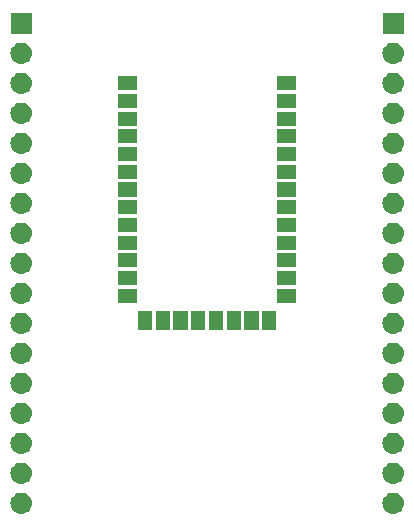
<source format=gbr>
G04 #@! TF.GenerationSoftware,KiCad,Pcbnew,5.1.0*
G04 #@! TF.CreationDate,2019-03-28T19:40:46+01:00*
G04 #@! TF.ProjectId,hc05-bb,68633035-2d62-4622-9e6b-696361645f70,rev?*
G04 #@! TF.SameCoordinates,Original*
G04 #@! TF.FileFunction,Soldermask,Top*
G04 #@! TF.FilePolarity,Negative*
%FSLAX46Y46*%
G04 Gerber Fmt 4.6, Leading zero omitted, Abs format (unit mm)*
G04 Created by KiCad (PCBNEW 5.1.0) date 2019-03-28 19:40:46*
%MOMM*%
%LPD*%
G04 APERTURE LIST*
%ADD10C,0.100000*%
G04 APERTURE END LIST*
D10*
G36*
X53958443Y-105785519D02*
G01*
X54024627Y-105792037D01*
X54194466Y-105843557D01*
X54350991Y-105927222D01*
X54386729Y-105956552D01*
X54488186Y-106039814D01*
X54571448Y-106141271D01*
X54600778Y-106177009D01*
X54684443Y-106333534D01*
X54735963Y-106503373D01*
X54753359Y-106680000D01*
X54735963Y-106856627D01*
X54684443Y-107026466D01*
X54600778Y-107182991D01*
X54571448Y-107218729D01*
X54488186Y-107320186D01*
X54386729Y-107403448D01*
X54350991Y-107432778D01*
X54194466Y-107516443D01*
X54024627Y-107567963D01*
X53958443Y-107574481D01*
X53892260Y-107581000D01*
X53803740Y-107581000D01*
X53737557Y-107574481D01*
X53671373Y-107567963D01*
X53501534Y-107516443D01*
X53345009Y-107432778D01*
X53309271Y-107403448D01*
X53207814Y-107320186D01*
X53124552Y-107218729D01*
X53095222Y-107182991D01*
X53011557Y-107026466D01*
X52960037Y-106856627D01*
X52942641Y-106680000D01*
X52960037Y-106503373D01*
X53011557Y-106333534D01*
X53095222Y-106177009D01*
X53124552Y-106141271D01*
X53207814Y-106039814D01*
X53309271Y-105956552D01*
X53345009Y-105927222D01*
X53501534Y-105843557D01*
X53671373Y-105792037D01*
X53737557Y-105785519D01*
X53803740Y-105779000D01*
X53892260Y-105779000D01*
X53958443Y-105785519D01*
X53958443Y-105785519D01*
G37*
G36*
X22462443Y-105785519D02*
G01*
X22528627Y-105792037D01*
X22698466Y-105843557D01*
X22854991Y-105927222D01*
X22890729Y-105956552D01*
X22992186Y-106039814D01*
X23075448Y-106141271D01*
X23104778Y-106177009D01*
X23188443Y-106333534D01*
X23239963Y-106503373D01*
X23257359Y-106680000D01*
X23239963Y-106856627D01*
X23188443Y-107026466D01*
X23104778Y-107182991D01*
X23075448Y-107218729D01*
X22992186Y-107320186D01*
X22890729Y-107403448D01*
X22854991Y-107432778D01*
X22698466Y-107516443D01*
X22528627Y-107567963D01*
X22462443Y-107574481D01*
X22396260Y-107581000D01*
X22307740Y-107581000D01*
X22241557Y-107574481D01*
X22175373Y-107567963D01*
X22005534Y-107516443D01*
X21849009Y-107432778D01*
X21813271Y-107403448D01*
X21711814Y-107320186D01*
X21628552Y-107218729D01*
X21599222Y-107182991D01*
X21515557Y-107026466D01*
X21464037Y-106856627D01*
X21446641Y-106680000D01*
X21464037Y-106503373D01*
X21515557Y-106333534D01*
X21599222Y-106177009D01*
X21628552Y-106141271D01*
X21711814Y-106039814D01*
X21813271Y-105956552D01*
X21849009Y-105927222D01*
X22005534Y-105843557D01*
X22175373Y-105792037D01*
X22241557Y-105785519D01*
X22307740Y-105779000D01*
X22396260Y-105779000D01*
X22462443Y-105785519D01*
X22462443Y-105785519D01*
G37*
G36*
X53958443Y-103245519D02*
G01*
X54024627Y-103252037D01*
X54194466Y-103303557D01*
X54350991Y-103387222D01*
X54386729Y-103416552D01*
X54488186Y-103499814D01*
X54571448Y-103601271D01*
X54600778Y-103637009D01*
X54684443Y-103793534D01*
X54735963Y-103963373D01*
X54753359Y-104140000D01*
X54735963Y-104316627D01*
X54684443Y-104486466D01*
X54600778Y-104642991D01*
X54571448Y-104678729D01*
X54488186Y-104780186D01*
X54386729Y-104863448D01*
X54350991Y-104892778D01*
X54194466Y-104976443D01*
X54024627Y-105027963D01*
X53958442Y-105034482D01*
X53892260Y-105041000D01*
X53803740Y-105041000D01*
X53737557Y-105034481D01*
X53671373Y-105027963D01*
X53501534Y-104976443D01*
X53345009Y-104892778D01*
X53309271Y-104863448D01*
X53207814Y-104780186D01*
X53124552Y-104678729D01*
X53095222Y-104642991D01*
X53011557Y-104486466D01*
X52960037Y-104316627D01*
X52942641Y-104140000D01*
X52960037Y-103963373D01*
X53011557Y-103793534D01*
X53095222Y-103637009D01*
X53124552Y-103601271D01*
X53207814Y-103499814D01*
X53309271Y-103416552D01*
X53345009Y-103387222D01*
X53501534Y-103303557D01*
X53671373Y-103252037D01*
X53737558Y-103245518D01*
X53803740Y-103239000D01*
X53892260Y-103239000D01*
X53958443Y-103245519D01*
X53958443Y-103245519D01*
G37*
G36*
X22462443Y-103245519D02*
G01*
X22528627Y-103252037D01*
X22698466Y-103303557D01*
X22854991Y-103387222D01*
X22890729Y-103416552D01*
X22992186Y-103499814D01*
X23075448Y-103601271D01*
X23104778Y-103637009D01*
X23188443Y-103793534D01*
X23239963Y-103963373D01*
X23257359Y-104140000D01*
X23239963Y-104316627D01*
X23188443Y-104486466D01*
X23104778Y-104642991D01*
X23075448Y-104678729D01*
X22992186Y-104780186D01*
X22890729Y-104863448D01*
X22854991Y-104892778D01*
X22698466Y-104976443D01*
X22528627Y-105027963D01*
X22462442Y-105034482D01*
X22396260Y-105041000D01*
X22307740Y-105041000D01*
X22241557Y-105034481D01*
X22175373Y-105027963D01*
X22005534Y-104976443D01*
X21849009Y-104892778D01*
X21813271Y-104863448D01*
X21711814Y-104780186D01*
X21628552Y-104678729D01*
X21599222Y-104642991D01*
X21515557Y-104486466D01*
X21464037Y-104316627D01*
X21446641Y-104140000D01*
X21464037Y-103963373D01*
X21515557Y-103793534D01*
X21599222Y-103637009D01*
X21628552Y-103601271D01*
X21711814Y-103499814D01*
X21813271Y-103416552D01*
X21849009Y-103387222D01*
X22005534Y-103303557D01*
X22175373Y-103252037D01*
X22241557Y-103245519D01*
X22307740Y-103239000D01*
X22396260Y-103239000D01*
X22462443Y-103245519D01*
X22462443Y-103245519D01*
G37*
G36*
X53958443Y-100705519D02*
G01*
X54024627Y-100712037D01*
X54194466Y-100763557D01*
X54350991Y-100847222D01*
X54386729Y-100876552D01*
X54488186Y-100959814D01*
X54571448Y-101061271D01*
X54600778Y-101097009D01*
X54684443Y-101253534D01*
X54735963Y-101423373D01*
X54753359Y-101600000D01*
X54735963Y-101776627D01*
X54684443Y-101946466D01*
X54600778Y-102102991D01*
X54571448Y-102138729D01*
X54488186Y-102240186D01*
X54386729Y-102323448D01*
X54350991Y-102352778D01*
X54194466Y-102436443D01*
X54024627Y-102487963D01*
X53958442Y-102494482D01*
X53892260Y-102501000D01*
X53803740Y-102501000D01*
X53737558Y-102494482D01*
X53671373Y-102487963D01*
X53501534Y-102436443D01*
X53345009Y-102352778D01*
X53309271Y-102323448D01*
X53207814Y-102240186D01*
X53124552Y-102138729D01*
X53095222Y-102102991D01*
X53011557Y-101946466D01*
X52960037Y-101776627D01*
X52942641Y-101600000D01*
X52960037Y-101423373D01*
X53011557Y-101253534D01*
X53095222Y-101097009D01*
X53124552Y-101061271D01*
X53207814Y-100959814D01*
X53309271Y-100876552D01*
X53345009Y-100847222D01*
X53501534Y-100763557D01*
X53671373Y-100712037D01*
X53737557Y-100705519D01*
X53803740Y-100699000D01*
X53892260Y-100699000D01*
X53958443Y-100705519D01*
X53958443Y-100705519D01*
G37*
G36*
X22462443Y-100705519D02*
G01*
X22528627Y-100712037D01*
X22698466Y-100763557D01*
X22854991Y-100847222D01*
X22890729Y-100876552D01*
X22992186Y-100959814D01*
X23075448Y-101061271D01*
X23104778Y-101097009D01*
X23188443Y-101253534D01*
X23239963Y-101423373D01*
X23257359Y-101600000D01*
X23239963Y-101776627D01*
X23188443Y-101946466D01*
X23104778Y-102102991D01*
X23075448Y-102138729D01*
X22992186Y-102240186D01*
X22890729Y-102323448D01*
X22854991Y-102352778D01*
X22698466Y-102436443D01*
X22528627Y-102487963D01*
X22462442Y-102494482D01*
X22396260Y-102501000D01*
X22307740Y-102501000D01*
X22241558Y-102494482D01*
X22175373Y-102487963D01*
X22005534Y-102436443D01*
X21849009Y-102352778D01*
X21813271Y-102323448D01*
X21711814Y-102240186D01*
X21628552Y-102138729D01*
X21599222Y-102102991D01*
X21515557Y-101946466D01*
X21464037Y-101776627D01*
X21446641Y-101600000D01*
X21464037Y-101423373D01*
X21515557Y-101253534D01*
X21599222Y-101097009D01*
X21628552Y-101061271D01*
X21711814Y-100959814D01*
X21813271Y-100876552D01*
X21849009Y-100847222D01*
X22005534Y-100763557D01*
X22175373Y-100712037D01*
X22241557Y-100705519D01*
X22307740Y-100699000D01*
X22396260Y-100699000D01*
X22462443Y-100705519D01*
X22462443Y-100705519D01*
G37*
G36*
X22462443Y-98165519D02*
G01*
X22528627Y-98172037D01*
X22698466Y-98223557D01*
X22854991Y-98307222D01*
X22890729Y-98336552D01*
X22992186Y-98419814D01*
X23075448Y-98521271D01*
X23104778Y-98557009D01*
X23188443Y-98713534D01*
X23239963Y-98883373D01*
X23257359Y-99060000D01*
X23239963Y-99236627D01*
X23188443Y-99406466D01*
X23104778Y-99562991D01*
X23075448Y-99598729D01*
X22992186Y-99700186D01*
X22890729Y-99783448D01*
X22854991Y-99812778D01*
X22698466Y-99896443D01*
X22528627Y-99947963D01*
X22462443Y-99954481D01*
X22396260Y-99961000D01*
X22307740Y-99961000D01*
X22241557Y-99954481D01*
X22175373Y-99947963D01*
X22005534Y-99896443D01*
X21849009Y-99812778D01*
X21813271Y-99783448D01*
X21711814Y-99700186D01*
X21628552Y-99598729D01*
X21599222Y-99562991D01*
X21515557Y-99406466D01*
X21464037Y-99236627D01*
X21446641Y-99060000D01*
X21464037Y-98883373D01*
X21515557Y-98713534D01*
X21599222Y-98557009D01*
X21628552Y-98521271D01*
X21711814Y-98419814D01*
X21813271Y-98336552D01*
X21849009Y-98307222D01*
X22005534Y-98223557D01*
X22175373Y-98172037D01*
X22241557Y-98165519D01*
X22307740Y-98159000D01*
X22396260Y-98159000D01*
X22462443Y-98165519D01*
X22462443Y-98165519D01*
G37*
G36*
X53958443Y-98165519D02*
G01*
X54024627Y-98172037D01*
X54194466Y-98223557D01*
X54350991Y-98307222D01*
X54386729Y-98336552D01*
X54488186Y-98419814D01*
X54571448Y-98521271D01*
X54600778Y-98557009D01*
X54684443Y-98713534D01*
X54735963Y-98883373D01*
X54753359Y-99060000D01*
X54735963Y-99236627D01*
X54684443Y-99406466D01*
X54600778Y-99562991D01*
X54571448Y-99598729D01*
X54488186Y-99700186D01*
X54386729Y-99783448D01*
X54350991Y-99812778D01*
X54194466Y-99896443D01*
X54024627Y-99947963D01*
X53958443Y-99954481D01*
X53892260Y-99961000D01*
X53803740Y-99961000D01*
X53737557Y-99954481D01*
X53671373Y-99947963D01*
X53501534Y-99896443D01*
X53345009Y-99812778D01*
X53309271Y-99783448D01*
X53207814Y-99700186D01*
X53124552Y-99598729D01*
X53095222Y-99562991D01*
X53011557Y-99406466D01*
X52960037Y-99236627D01*
X52942641Y-99060000D01*
X52960037Y-98883373D01*
X53011557Y-98713534D01*
X53095222Y-98557009D01*
X53124552Y-98521271D01*
X53207814Y-98419814D01*
X53309271Y-98336552D01*
X53345009Y-98307222D01*
X53501534Y-98223557D01*
X53671373Y-98172037D01*
X53737557Y-98165519D01*
X53803740Y-98159000D01*
X53892260Y-98159000D01*
X53958443Y-98165519D01*
X53958443Y-98165519D01*
G37*
G36*
X22462442Y-95625518D02*
G01*
X22528627Y-95632037D01*
X22698466Y-95683557D01*
X22854991Y-95767222D01*
X22890729Y-95796552D01*
X22992186Y-95879814D01*
X23075448Y-95981271D01*
X23104778Y-96017009D01*
X23188443Y-96173534D01*
X23239963Y-96343373D01*
X23257359Y-96520000D01*
X23239963Y-96696627D01*
X23188443Y-96866466D01*
X23104778Y-97022991D01*
X23075448Y-97058729D01*
X22992186Y-97160186D01*
X22890729Y-97243448D01*
X22854991Y-97272778D01*
X22698466Y-97356443D01*
X22528627Y-97407963D01*
X22462442Y-97414482D01*
X22396260Y-97421000D01*
X22307740Y-97421000D01*
X22241558Y-97414482D01*
X22175373Y-97407963D01*
X22005534Y-97356443D01*
X21849009Y-97272778D01*
X21813271Y-97243448D01*
X21711814Y-97160186D01*
X21628552Y-97058729D01*
X21599222Y-97022991D01*
X21515557Y-96866466D01*
X21464037Y-96696627D01*
X21446641Y-96520000D01*
X21464037Y-96343373D01*
X21515557Y-96173534D01*
X21599222Y-96017009D01*
X21628552Y-95981271D01*
X21711814Y-95879814D01*
X21813271Y-95796552D01*
X21849009Y-95767222D01*
X22005534Y-95683557D01*
X22175373Y-95632037D01*
X22241558Y-95625518D01*
X22307740Y-95619000D01*
X22396260Y-95619000D01*
X22462442Y-95625518D01*
X22462442Y-95625518D01*
G37*
G36*
X53958442Y-95625518D02*
G01*
X54024627Y-95632037D01*
X54194466Y-95683557D01*
X54350991Y-95767222D01*
X54386729Y-95796552D01*
X54488186Y-95879814D01*
X54571448Y-95981271D01*
X54600778Y-96017009D01*
X54684443Y-96173534D01*
X54735963Y-96343373D01*
X54753359Y-96520000D01*
X54735963Y-96696627D01*
X54684443Y-96866466D01*
X54600778Y-97022991D01*
X54571448Y-97058729D01*
X54488186Y-97160186D01*
X54386729Y-97243448D01*
X54350991Y-97272778D01*
X54194466Y-97356443D01*
X54024627Y-97407963D01*
X53958442Y-97414482D01*
X53892260Y-97421000D01*
X53803740Y-97421000D01*
X53737558Y-97414482D01*
X53671373Y-97407963D01*
X53501534Y-97356443D01*
X53345009Y-97272778D01*
X53309271Y-97243448D01*
X53207814Y-97160186D01*
X53124552Y-97058729D01*
X53095222Y-97022991D01*
X53011557Y-96866466D01*
X52960037Y-96696627D01*
X52942641Y-96520000D01*
X52960037Y-96343373D01*
X53011557Y-96173534D01*
X53095222Y-96017009D01*
X53124552Y-95981271D01*
X53207814Y-95879814D01*
X53309271Y-95796552D01*
X53345009Y-95767222D01*
X53501534Y-95683557D01*
X53671373Y-95632037D01*
X53737558Y-95625518D01*
X53803740Y-95619000D01*
X53892260Y-95619000D01*
X53958442Y-95625518D01*
X53958442Y-95625518D01*
G37*
G36*
X22462443Y-93085519D02*
G01*
X22528627Y-93092037D01*
X22698466Y-93143557D01*
X22854991Y-93227222D01*
X22890729Y-93256552D01*
X22992186Y-93339814D01*
X23075448Y-93441271D01*
X23104778Y-93477009D01*
X23188443Y-93633534D01*
X23239963Y-93803373D01*
X23257359Y-93980000D01*
X23239963Y-94156627D01*
X23188443Y-94326466D01*
X23104778Y-94482991D01*
X23075448Y-94518729D01*
X22992186Y-94620186D01*
X22890729Y-94703448D01*
X22854991Y-94732778D01*
X22698466Y-94816443D01*
X22528627Y-94867963D01*
X22462443Y-94874481D01*
X22396260Y-94881000D01*
X22307740Y-94881000D01*
X22241557Y-94874481D01*
X22175373Y-94867963D01*
X22005534Y-94816443D01*
X21849009Y-94732778D01*
X21813271Y-94703448D01*
X21711814Y-94620186D01*
X21628552Y-94518729D01*
X21599222Y-94482991D01*
X21515557Y-94326466D01*
X21464037Y-94156627D01*
X21446641Y-93980000D01*
X21464037Y-93803373D01*
X21515557Y-93633534D01*
X21599222Y-93477009D01*
X21628552Y-93441271D01*
X21711814Y-93339814D01*
X21813271Y-93256552D01*
X21849009Y-93227222D01*
X22005534Y-93143557D01*
X22175373Y-93092037D01*
X22241557Y-93085519D01*
X22307740Y-93079000D01*
X22396260Y-93079000D01*
X22462443Y-93085519D01*
X22462443Y-93085519D01*
G37*
G36*
X53958443Y-93085519D02*
G01*
X54024627Y-93092037D01*
X54194466Y-93143557D01*
X54350991Y-93227222D01*
X54386729Y-93256552D01*
X54488186Y-93339814D01*
X54571448Y-93441271D01*
X54600778Y-93477009D01*
X54684443Y-93633534D01*
X54735963Y-93803373D01*
X54753359Y-93980000D01*
X54735963Y-94156627D01*
X54684443Y-94326466D01*
X54600778Y-94482991D01*
X54571448Y-94518729D01*
X54488186Y-94620186D01*
X54386729Y-94703448D01*
X54350991Y-94732778D01*
X54194466Y-94816443D01*
X54024627Y-94867963D01*
X53958443Y-94874481D01*
X53892260Y-94881000D01*
X53803740Y-94881000D01*
X53737557Y-94874481D01*
X53671373Y-94867963D01*
X53501534Y-94816443D01*
X53345009Y-94732778D01*
X53309271Y-94703448D01*
X53207814Y-94620186D01*
X53124552Y-94518729D01*
X53095222Y-94482991D01*
X53011557Y-94326466D01*
X52960037Y-94156627D01*
X52942641Y-93980000D01*
X52960037Y-93803373D01*
X53011557Y-93633534D01*
X53095222Y-93477009D01*
X53124552Y-93441271D01*
X53207814Y-93339814D01*
X53309271Y-93256552D01*
X53345009Y-93227222D01*
X53501534Y-93143557D01*
X53671373Y-93092037D01*
X53737557Y-93085519D01*
X53803740Y-93079000D01*
X53892260Y-93079000D01*
X53958443Y-93085519D01*
X53958443Y-93085519D01*
G37*
G36*
X53958443Y-90545519D02*
G01*
X54024627Y-90552037D01*
X54194466Y-90603557D01*
X54350991Y-90687222D01*
X54386729Y-90716552D01*
X54488186Y-90799814D01*
X54571448Y-90901271D01*
X54600778Y-90937009D01*
X54684443Y-91093534D01*
X54735963Y-91263373D01*
X54753359Y-91440000D01*
X54735963Y-91616627D01*
X54684443Y-91786466D01*
X54600778Y-91942991D01*
X54571448Y-91978729D01*
X54488186Y-92080186D01*
X54386729Y-92163448D01*
X54350991Y-92192778D01*
X54194466Y-92276443D01*
X54024627Y-92327963D01*
X53958443Y-92334481D01*
X53892260Y-92341000D01*
X53803740Y-92341000D01*
X53737557Y-92334481D01*
X53671373Y-92327963D01*
X53501534Y-92276443D01*
X53345009Y-92192778D01*
X53309271Y-92163448D01*
X53207814Y-92080186D01*
X53124552Y-91978729D01*
X53095222Y-91942991D01*
X53011557Y-91786466D01*
X52960037Y-91616627D01*
X52942641Y-91440000D01*
X52960037Y-91263373D01*
X53011557Y-91093534D01*
X53095222Y-90937009D01*
X53124552Y-90901271D01*
X53207814Y-90799814D01*
X53309271Y-90716552D01*
X53345009Y-90687222D01*
X53501534Y-90603557D01*
X53671373Y-90552037D01*
X53737557Y-90545519D01*
X53803740Y-90539000D01*
X53892260Y-90539000D01*
X53958443Y-90545519D01*
X53958443Y-90545519D01*
G37*
G36*
X22462443Y-90545519D02*
G01*
X22528627Y-90552037D01*
X22698466Y-90603557D01*
X22854991Y-90687222D01*
X22890729Y-90716552D01*
X22992186Y-90799814D01*
X23075448Y-90901271D01*
X23104778Y-90937009D01*
X23188443Y-91093534D01*
X23239963Y-91263373D01*
X23257359Y-91440000D01*
X23239963Y-91616627D01*
X23188443Y-91786466D01*
X23104778Y-91942991D01*
X23075448Y-91978729D01*
X22992186Y-92080186D01*
X22890729Y-92163448D01*
X22854991Y-92192778D01*
X22698466Y-92276443D01*
X22528627Y-92327963D01*
X22462443Y-92334481D01*
X22396260Y-92341000D01*
X22307740Y-92341000D01*
X22241557Y-92334481D01*
X22175373Y-92327963D01*
X22005534Y-92276443D01*
X21849009Y-92192778D01*
X21813271Y-92163448D01*
X21711814Y-92080186D01*
X21628552Y-91978729D01*
X21599222Y-91942991D01*
X21515557Y-91786466D01*
X21464037Y-91616627D01*
X21446641Y-91440000D01*
X21464037Y-91263373D01*
X21515557Y-91093534D01*
X21599222Y-90937009D01*
X21628552Y-90901271D01*
X21711814Y-90799814D01*
X21813271Y-90716552D01*
X21849009Y-90687222D01*
X22005534Y-90603557D01*
X22175373Y-90552037D01*
X22241557Y-90545519D01*
X22307740Y-90539000D01*
X22396260Y-90539000D01*
X22462443Y-90545519D01*
X22462443Y-90545519D01*
G37*
G36*
X39451000Y-91999000D02*
G01*
X38249000Y-91999000D01*
X38249000Y-90373000D01*
X39451000Y-90373000D01*
X39451000Y-91999000D01*
X39451000Y-91999000D01*
G37*
G36*
X43951000Y-91999000D02*
G01*
X42749000Y-91999000D01*
X42749000Y-90373000D01*
X43951000Y-90373000D01*
X43951000Y-91999000D01*
X43951000Y-91999000D01*
G37*
G36*
X42451000Y-91999000D02*
G01*
X41249000Y-91999000D01*
X41249000Y-90373000D01*
X42451000Y-90373000D01*
X42451000Y-91999000D01*
X42451000Y-91999000D01*
G37*
G36*
X40951000Y-91999000D02*
G01*
X39749000Y-91999000D01*
X39749000Y-90373000D01*
X40951000Y-90373000D01*
X40951000Y-91999000D01*
X40951000Y-91999000D01*
G37*
G36*
X36451000Y-91999000D02*
G01*
X35249000Y-91999000D01*
X35249000Y-90373000D01*
X36451000Y-90373000D01*
X36451000Y-91999000D01*
X36451000Y-91999000D01*
G37*
G36*
X34951000Y-91999000D02*
G01*
X33749000Y-91999000D01*
X33749000Y-90373000D01*
X34951000Y-90373000D01*
X34951000Y-91999000D01*
X34951000Y-91999000D01*
G37*
G36*
X33451000Y-91999000D02*
G01*
X32249000Y-91999000D01*
X32249000Y-90373000D01*
X33451000Y-90373000D01*
X33451000Y-91999000D01*
X33451000Y-91999000D01*
G37*
G36*
X37951000Y-91999000D02*
G01*
X36749000Y-91999000D01*
X36749000Y-90373000D01*
X37951000Y-90373000D01*
X37951000Y-91999000D01*
X37951000Y-91999000D01*
G37*
G36*
X22462443Y-88005519D02*
G01*
X22528627Y-88012037D01*
X22698466Y-88063557D01*
X22854991Y-88147222D01*
X22890729Y-88176552D01*
X22992186Y-88259814D01*
X23075448Y-88361271D01*
X23104778Y-88397009D01*
X23188443Y-88553534D01*
X23239963Y-88723373D01*
X23257359Y-88900000D01*
X23239963Y-89076627D01*
X23188443Y-89246466D01*
X23104778Y-89402991D01*
X23075448Y-89438729D01*
X22992186Y-89540186D01*
X22890729Y-89623448D01*
X22854991Y-89652778D01*
X22698466Y-89736443D01*
X22528627Y-89787963D01*
X22462443Y-89794481D01*
X22396260Y-89801000D01*
X22307740Y-89801000D01*
X22241557Y-89794481D01*
X22175373Y-89787963D01*
X22005534Y-89736443D01*
X21849009Y-89652778D01*
X21813271Y-89623448D01*
X21711814Y-89540186D01*
X21628552Y-89438729D01*
X21599222Y-89402991D01*
X21515557Y-89246466D01*
X21464037Y-89076627D01*
X21446641Y-88900000D01*
X21464037Y-88723373D01*
X21515557Y-88553534D01*
X21599222Y-88397009D01*
X21628552Y-88361271D01*
X21711814Y-88259814D01*
X21813271Y-88176552D01*
X21849009Y-88147222D01*
X22005534Y-88063557D01*
X22175373Y-88012037D01*
X22241557Y-88005519D01*
X22307740Y-87999000D01*
X22396260Y-87999000D01*
X22462443Y-88005519D01*
X22462443Y-88005519D01*
G37*
G36*
X53958443Y-88005519D02*
G01*
X54024627Y-88012037D01*
X54194466Y-88063557D01*
X54350991Y-88147222D01*
X54386729Y-88176552D01*
X54488186Y-88259814D01*
X54571448Y-88361271D01*
X54600778Y-88397009D01*
X54684443Y-88553534D01*
X54735963Y-88723373D01*
X54753359Y-88900000D01*
X54735963Y-89076627D01*
X54684443Y-89246466D01*
X54600778Y-89402991D01*
X54571448Y-89438729D01*
X54488186Y-89540186D01*
X54386729Y-89623448D01*
X54350991Y-89652778D01*
X54194466Y-89736443D01*
X54024627Y-89787963D01*
X53958443Y-89794481D01*
X53892260Y-89801000D01*
X53803740Y-89801000D01*
X53737557Y-89794481D01*
X53671373Y-89787963D01*
X53501534Y-89736443D01*
X53345009Y-89652778D01*
X53309271Y-89623448D01*
X53207814Y-89540186D01*
X53124552Y-89438729D01*
X53095222Y-89402991D01*
X53011557Y-89246466D01*
X52960037Y-89076627D01*
X52942641Y-88900000D01*
X52960037Y-88723373D01*
X53011557Y-88553534D01*
X53095222Y-88397009D01*
X53124552Y-88361271D01*
X53207814Y-88259814D01*
X53309271Y-88176552D01*
X53345009Y-88147222D01*
X53501534Y-88063557D01*
X53671373Y-88012037D01*
X53737557Y-88005519D01*
X53803740Y-87999000D01*
X53892260Y-87999000D01*
X53958443Y-88005519D01*
X53958443Y-88005519D01*
G37*
G36*
X32182000Y-89721000D02*
G01*
X30556000Y-89721000D01*
X30556000Y-88519000D01*
X32182000Y-88519000D01*
X32182000Y-89721000D01*
X32182000Y-89721000D01*
G37*
G36*
X45644000Y-89721000D02*
G01*
X44018000Y-89721000D01*
X44018000Y-88519000D01*
X45644000Y-88519000D01*
X45644000Y-89721000D01*
X45644000Y-89721000D01*
G37*
G36*
X45644000Y-88221000D02*
G01*
X44018000Y-88221000D01*
X44018000Y-87019000D01*
X45644000Y-87019000D01*
X45644000Y-88221000D01*
X45644000Y-88221000D01*
G37*
G36*
X32182000Y-88221000D02*
G01*
X30556000Y-88221000D01*
X30556000Y-87019000D01*
X32182000Y-87019000D01*
X32182000Y-88221000D01*
X32182000Y-88221000D01*
G37*
G36*
X53958442Y-85465518D02*
G01*
X54024627Y-85472037D01*
X54194466Y-85523557D01*
X54350991Y-85607222D01*
X54386729Y-85636552D01*
X54488186Y-85719814D01*
X54571448Y-85821271D01*
X54600778Y-85857009D01*
X54684443Y-86013534D01*
X54735963Y-86183373D01*
X54753359Y-86360000D01*
X54735963Y-86536627D01*
X54684443Y-86706466D01*
X54600778Y-86862991D01*
X54571448Y-86898729D01*
X54488186Y-87000186D01*
X54386729Y-87083448D01*
X54350991Y-87112778D01*
X54194466Y-87196443D01*
X54024627Y-87247963D01*
X53958442Y-87254482D01*
X53892260Y-87261000D01*
X53803740Y-87261000D01*
X53737558Y-87254482D01*
X53671373Y-87247963D01*
X53501534Y-87196443D01*
X53345009Y-87112778D01*
X53309271Y-87083448D01*
X53207814Y-87000186D01*
X53124552Y-86898729D01*
X53095222Y-86862991D01*
X53011557Y-86706466D01*
X52960037Y-86536627D01*
X52942641Y-86360000D01*
X52960037Y-86183373D01*
X53011557Y-86013534D01*
X53095222Y-85857009D01*
X53124552Y-85821271D01*
X53207814Y-85719814D01*
X53309271Y-85636552D01*
X53345009Y-85607222D01*
X53501534Y-85523557D01*
X53671373Y-85472037D01*
X53737558Y-85465518D01*
X53803740Y-85459000D01*
X53892260Y-85459000D01*
X53958442Y-85465518D01*
X53958442Y-85465518D01*
G37*
G36*
X22462442Y-85465518D02*
G01*
X22528627Y-85472037D01*
X22698466Y-85523557D01*
X22854991Y-85607222D01*
X22890729Y-85636552D01*
X22992186Y-85719814D01*
X23075448Y-85821271D01*
X23104778Y-85857009D01*
X23188443Y-86013534D01*
X23239963Y-86183373D01*
X23257359Y-86360000D01*
X23239963Y-86536627D01*
X23188443Y-86706466D01*
X23104778Y-86862991D01*
X23075448Y-86898729D01*
X22992186Y-87000186D01*
X22890729Y-87083448D01*
X22854991Y-87112778D01*
X22698466Y-87196443D01*
X22528627Y-87247963D01*
X22462442Y-87254482D01*
X22396260Y-87261000D01*
X22307740Y-87261000D01*
X22241558Y-87254482D01*
X22175373Y-87247963D01*
X22005534Y-87196443D01*
X21849009Y-87112778D01*
X21813271Y-87083448D01*
X21711814Y-87000186D01*
X21628552Y-86898729D01*
X21599222Y-86862991D01*
X21515557Y-86706466D01*
X21464037Y-86536627D01*
X21446641Y-86360000D01*
X21464037Y-86183373D01*
X21515557Y-86013534D01*
X21599222Y-85857009D01*
X21628552Y-85821271D01*
X21711814Y-85719814D01*
X21813271Y-85636552D01*
X21849009Y-85607222D01*
X22005534Y-85523557D01*
X22175373Y-85472037D01*
X22241558Y-85465518D01*
X22307740Y-85459000D01*
X22396260Y-85459000D01*
X22462442Y-85465518D01*
X22462442Y-85465518D01*
G37*
G36*
X45644000Y-86721000D02*
G01*
X44018000Y-86721000D01*
X44018000Y-85519000D01*
X45644000Y-85519000D01*
X45644000Y-86721000D01*
X45644000Y-86721000D01*
G37*
G36*
X32182000Y-86721000D02*
G01*
X30556000Y-86721000D01*
X30556000Y-85519000D01*
X32182000Y-85519000D01*
X32182000Y-86721000D01*
X32182000Y-86721000D01*
G37*
G36*
X32182000Y-85221000D02*
G01*
X30556000Y-85221000D01*
X30556000Y-84019000D01*
X32182000Y-84019000D01*
X32182000Y-85221000D01*
X32182000Y-85221000D01*
G37*
G36*
X45644000Y-85221000D02*
G01*
X44018000Y-85221000D01*
X44018000Y-84019000D01*
X45644000Y-84019000D01*
X45644000Y-85221000D01*
X45644000Y-85221000D01*
G37*
G36*
X53958443Y-82925519D02*
G01*
X54024627Y-82932037D01*
X54194466Y-82983557D01*
X54350991Y-83067222D01*
X54386729Y-83096552D01*
X54488186Y-83179814D01*
X54571448Y-83281271D01*
X54600778Y-83317009D01*
X54684443Y-83473534D01*
X54735963Y-83643373D01*
X54753359Y-83820000D01*
X54735963Y-83996627D01*
X54684443Y-84166466D01*
X54600778Y-84322991D01*
X54571448Y-84358729D01*
X54488186Y-84460186D01*
X54386729Y-84543448D01*
X54350991Y-84572778D01*
X54194466Y-84656443D01*
X54024627Y-84707963D01*
X53958443Y-84714481D01*
X53892260Y-84721000D01*
X53803740Y-84721000D01*
X53737557Y-84714481D01*
X53671373Y-84707963D01*
X53501534Y-84656443D01*
X53345009Y-84572778D01*
X53309271Y-84543448D01*
X53207814Y-84460186D01*
X53124552Y-84358729D01*
X53095222Y-84322991D01*
X53011557Y-84166466D01*
X52960037Y-83996627D01*
X52942641Y-83820000D01*
X52960037Y-83643373D01*
X53011557Y-83473534D01*
X53095222Y-83317009D01*
X53124552Y-83281271D01*
X53207814Y-83179814D01*
X53309271Y-83096552D01*
X53345009Y-83067222D01*
X53501534Y-82983557D01*
X53671373Y-82932037D01*
X53737557Y-82925519D01*
X53803740Y-82919000D01*
X53892260Y-82919000D01*
X53958443Y-82925519D01*
X53958443Y-82925519D01*
G37*
G36*
X22462443Y-82925519D02*
G01*
X22528627Y-82932037D01*
X22698466Y-82983557D01*
X22854991Y-83067222D01*
X22890729Y-83096552D01*
X22992186Y-83179814D01*
X23075448Y-83281271D01*
X23104778Y-83317009D01*
X23188443Y-83473534D01*
X23239963Y-83643373D01*
X23257359Y-83820000D01*
X23239963Y-83996627D01*
X23188443Y-84166466D01*
X23104778Y-84322991D01*
X23075448Y-84358729D01*
X22992186Y-84460186D01*
X22890729Y-84543448D01*
X22854991Y-84572778D01*
X22698466Y-84656443D01*
X22528627Y-84707963D01*
X22462443Y-84714481D01*
X22396260Y-84721000D01*
X22307740Y-84721000D01*
X22241557Y-84714481D01*
X22175373Y-84707963D01*
X22005534Y-84656443D01*
X21849009Y-84572778D01*
X21813271Y-84543448D01*
X21711814Y-84460186D01*
X21628552Y-84358729D01*
X21599222Y-84322991D01*
X21515557Y-84166466D01*
X21464037Y-83996627D01*
X21446641Y-83820000D01*
X21464037Y-83643373D01*
X21515557Y-83473534D01*
X21599222Y-83317009D01*
X21628552Y-83281271D01*
X21711814Y-83179814D01*
X21813271Y-83096552D01*
X21849009Y-83067222D01*
X22005534Y-82983557D01*
X22175373Y-82932037D01*
X22241557Y-82925519D01*
X22307740Y-82919000D01*
X22396260Y-82919000D01*
X22462443Y-82925519D01*
X22462443Y-82925519D01*
G37*
G36*
X32182000Y-83721000D02*
G01*
X30556000Y-83721000D01*
X30556000Y-82519000D01*
X32182000Y-82519000D01*
X32182000Y-83721000D01*
X32182000Y-83721000D01*
G37*
G36*
X45644000Y-83721000D02*
G01*
X44018000Y-83721000D01*
X44018000Y-82519000D01*
X45644000Y-82519000D01*
X45644000Y-83721000D01*
X45644000Y-83721000D01*
G37*
G36*
X32182000Y-82221000D02*
G01*
X30556000Y-82221000D01*
X30556000Y-81019000D01*
X32182000Y-81019000D01*
X32182000Y-82221000D01*
X32182000Y-82221000D01*
G37*
G36*
X45644000Y-82221000D02*
G01*
X44018000Y-82221000D01*
X44018000Y-81019000D01*
X45644000Y-81019000D01*
X45644000Y-82221000D01*
X45644000Y-82221000D01*
G37*
G36*
X22462442Y-80385518D02*
G01*
X22528627Y-80392037D01*
X22698466Y-80443557D01*
X22854991Y-80527222D01*
X22890729Y-80556552D01*
X22992186Y-80639814D01*
X23075448Y-80741271D01*
X23104778Y-80777009D01*
X23188443Y-80933534D01*
X23239963Y-81103373D01*
X23257359Y-81280000D01*
X23239963Y-81456627D01*
X23188443Y-81626466D01*
X23104778Y-81782991D01*
X23075448Y-81818729D01*
X22992186Y-81920186D01*
X22890729Y-82003448D01*
X22854991Y-82032778D01*
X22698466Y-82116443D01*
X22528627Y-82167963D01*
X22462443Y-82174481D01*
X22396260Y-82181000D01*
X22307740Y-82181000D01*
X22241557Y-82174481D01*
X22175373Y-82167963D01*
X22005534Y-82116443D01*
X21849009Y-82032778D01*
X21813271Y-82003448D01*
X21711814Y-81920186D01*
X21628552Y-81818729D01*
X21599222Y-81782991D01*
X21515557Y-81626466D01*
X21464037Y-81456627D01*
X21446641Y-81280000D01*
X21464037Y-81103373D01*
X21515557Y-80933534D01*
X21599222Y-80777009D01*
X21628552Y-80741271D01*
X21711814Y-80639814D01*
X21813271Y-80556552D01*
X21849009Y-80527222D01*
X22005534Y-80443557D01*
X22175373Y-80392037D01*
X22241558Y-80385518D01*
X22307740Y-80379000D01*
X22396260Y-80379000D01*
X22462442Y-80385518D01*
X22462442Y-80385518D01*
G37*
G36*
X53958442Y-80385518D02*
G01*
X54024627Y-80392037D01*
X54194466Y-80443557D01*
X54350991Y-80527222D01*
X54386729Y-80556552D01*
X54488186Y-80639814D01*
X54571448Y-80741271D01*
X54600778Y-80777009D01*
X54684443Y-80933534D01*
X54735963Y-81103373D01*
X54753359Y-81280000D01*
X54735963Y-81456627D01*
X54684443Y-81626466D01*
X54600778Y-81782991D01*
X54571448Y-81818729D01*
X54488186Y-81920186D01*
X54386729Y-82003448D01*
X54350991Y-82032778D01*
X54194466Y-82116443D01*
X54024627Y-82167963D01*
X53958443Y-82174481D01*
X53892260Y-82181000D01*
X53803740Y-82181000D01*
X53737557Y-82174481D01*
X53671373Y-82167963D01*
X53501534Y-82116443D01*
X53345009Y-82032778D01*
X53309271Y-82003448D01*
X53207814Y-81920186D01*
X53124552Y-81818729D01*
X53095222Y-81782991D01*
X53011557Y-81626466D01*
X52960037Y-81456627D01*
X52942641Y-81280000D01*
X52960037Y-81103373D01*
X53011557Y-80933534D01*
X53095222Y-80777009D01*
X53124552Y-80741271D01*
X53207814Y-80639814D01*
X53309271Y-80556552D01*
X53345009Y-80527222D01*
X53501534Y-80443557D01*
X53671373Y-80392037D01*
X53737558Y-80385518D01*
X53803740Y-80379000D01*
X53892260Y-80379000D01*
X53958442Y-80385518D01*
X53958442Y-80385518D01*
G37*
G36*
X32182000Y-80721000D02*
G01*
X30556000Y-80721000D01*
X30556000Y-79519000D01*
X32182000Y-79519000D01*
X32182000Y-80721000D01*
X32182000Y-80721000D01*
G37*
G36*
X45644000Y-80721000D02*
G01*
X44018000Y-80721000D01*
X44018000Y-79519000D01*
X45644000Y-79519000D01*
X45644000Y-80721000D01*
X45644000Y-80721000D01*
G37*
G36*
X53958443Y-77845519D02*
G01*
X54024627Y-77852037D01*
X54194466Y-77903557D01*
X54350991Y-77987222D01*
X54386729Y-78016552D01*
X54488186Y-78099814D01*
X54571448Y-78201271D01*
X54600778Y-78237009D01*
X54684443Y-78393534D01*
X54735963Y-78563373D01*
X54753359Y-78740000D01*
X54735963Y-78916627D01*
X54684443Y-79086466D01*
X54600778Y-79242991D01*
X54571448Y-79278729D01*
X54488186Y-79380186D01*
X54386729Y-79463448D01*
X54350991Y-79492778D01*
X54194466Y-79576443D01*
X54024627Y-79627963D01*
X53958442Y-79634482D01*
X53892260Y-79641000D01*
X53803740Y-79641000D01*
X53737558Y-79634482D01*
X53671373Y-79627963D01*
X53501534Y-79576443D01*
X53345009Y-79492778D01*
X53309271Y-79463448D01*
X53207814Y-79380186D01*
X53124552Y-79278729D01*
X53095222Y-79242991D01*
X53011557Y-79086466D01*
X52960037Y-78916627D01*
X52942641Y-78740000D01*
X52960037Y-78563373D01*
X53011557Y-78393534D01*
X53095222Y-78237009D01*
X53124552Y-78201271D01*
X53207814Y-78099814D01*
X53309271Y-78016552D01*
X53345009Y-77987222D01*
X53501534Y-77903557D01*
X53671373Y-77852037D01*
X53737557Y-77845519D01*
X53803740Y-77839000D01*
X53892260Y-77839000D01*
X53958443Y-77845519D01*
X53958443Y-77845519D01*
G37*
G36*
X22462443Y-77845519D02*
G01*
X22528627Y-77852037D01*
X22698466Y-77903557D01*
X22854991Y-77987222D01*
X22890729Y-78016552D01*
X22992186Y-78099814D01*
X23075448Y-78201271D01*
X23104778Y-78237009D01*
X23188443Y-78393534D01*
X23239963Y-78563373D01*
X23257359Y-78740000D01*
X23239963Y-78916627D01*
X23188443Y-79086466D01*
X23104778Y-79242991D01*
X23075448Y-79278729D01*
X22992186Y-79380186D01*
X22890729Y-79463448D01*
X22854991Y-79492778D01*
X22698466Y-79576443D01*
X22528627Y-79627963D01*
X22462442Y-79634482D01*
X22396260Y-79641000D01*
X22307740Y-79641000D01*
X22241558Y-79634482D01*
X22175373Y-79627963D01*
X22005534Y-79576443D01*
X21849009Y-79492778D01*
X21813271Y-79463448D01*
X21711814Y-79380186D01*
X21628552Y-79278729D01*
X21599222Y-79242991D01*
X21515557Y-79086466D01*
X21464037Y-78916627D01*
X21446641Y-78740000D01*
X21464037Y-78563373D01*
X21515557Y-78393534D01*
X21599222Y-78237009D01*
X21628552Y-78201271D01*
X21711814Y-78099814D01*
X21813271Y-78016552D01*
X21849009Y-77987222D01*
X22005534Y-77903557D01*
X22175373Y-77852037D01*
X22241557Y-77845519D01*
X22307740Y-77839000D01*
X22396260Y-77839000D01*
X22462443Y-77845519D01*
X22462443Y-77845519D01*
G37*
G36*
X45644000Y-79221000D02*
G01*
X44018000Y-79221000D01*
X44018000Y-78019000D01*
X45644000Y-78019000D01*
X45644000Y-79221000D01*
X45644000Y-79221000D01*
G37*
G36*
X32182000Y-79221000D02*
G01*
X30556000Y-79221000D01*
X30556000Y-78019000D01*
X32182000Y-78019000D01*
X32182000Y-79221000D01*
X32182000Y-79221000D01*
G37*
G36*
X32182000Y-77721000D02*
G01*
X30556000Y-77721000D01*
X30556000Y-76519000D01*
X32182000Y-76519000D01*
X32182000Y-77721000D01*
X32182000Y-77721000D01*
G37*
G36*
X45644000Y-77721000D02*
G01*
X44018000Y-77721000D01*
X44018000Y-76519000D01*
X45644000Y-76519000D01*
X45644000Y-77721000D01*
X45644000Y-77721000D01*
G37*
G36*
X53958442Y-75305518D02*
G01*
X54024627Y-75312037D01*
X54194466Y-75363557D01*
X54350991Y-75447222D01*
X54386729Y-75476552D01*
X54488186Y-75559814D01*
X54571448Y-75661271D01*
X54600778Y-75697009D01*
X54684443Y-75853534D01*
X54735963Y-76023373D01*
X54753359Y-76200000D01*
X54735963Y-76376627D01*
X54684443Y-76546466D01*
X54600778Y-76702991D01*
X54571448Y-76738729D01*
X54488186Y-76840186D01*
X54386729Y-76923448D01*
X54350991Y-76952778D01*
X54194466Y-77036443D01*
X54024627Y-77087963D01*
X53958442Y-77094482D01*
X53892260Y-77101000D01*
X53803740Y-77101000D01*
X53737558Y-77094482D01*
X53671373Y-77087963D01*
X53501534Y-77036443D01*
X53345009Y-76952778D01*
X53309271Y-76923448D01*
X53207814Y-76840186D01*
X53124552Y-76738729D01*
X53095222Y-76702991D01*
X53011557Y-76546466D01*
X52960037Y-76376627D01*
X52942641Y-76200000D01*
X52960037Y-76023373D01*
X53011557Y-75853534D01*
X53095222Y-75697009D01*
X53124552Y-75661271D01*
X53207814Y-75559814D01*
X53309271Y-75476552D01*
X53345009Y-75447222D01*
X53501534Y-75363557D01*
X53671373Y-75312037D01*
X53737558Y-75305518D01*
X53803740Y-75299000D01*
X53892260Y-75299000D01*
X53958442Y-75305518D01*
X53958442Y-75305518D01*
G37*
G36*
X22462442Y-75305518D02*
G01*
X22528627Y-75312037D01*
X22698466Y-75363557D01*
X22854991Y-75447222D01*
X22890729Y-75476552D01*
X22992186Y-75559814D01*
X23075448Y-75661271D01*
X23104778Y-75697009D01*
X23188443Y-75853534D01*
X23239963Y-76023373D01*
X23257359Y-76200000D01*
X23239963Y-76376627D01*
X23188443Y-76546466D01*
X23104778Y-76702991D01*
X23075448Y-76738729D01*
X22992186Y-76840186D01*
X22890729Y-76923448D01*
X22854991Y-76952778D01*
X22698466Y-77036443D01*
X22528627Y-77087963D01*
X22462442Y-77094482D01*
X22396260Y-77101000D01*
X22307740Y-77101000D01*
X22241558Y-77094482D01*
X22175373Y-77087963D01*
X22005534Y-77036443D01*
X21849009Y-76952778D01*
X21813271Y-76923448D01*
X21711814Y-76840186D01*
X21628552Y-76738729D01*
X21599222Y-76702991D01*
X21515557Y-76546466D01*
X21464037Y-76376627D01*
X21446641Y-76200000D01*
X21464037Y-76023373D01*
X21515557Y-75853534D01*
X21599222Y-75697009D01*
X21628552Y-75661271D01*
X21711814Y-75559814D01*
X21813271Y-75476552D01*
X21849009Y-75447222D01*
X22005534Y-75363557D01*
X22175373Y-75312037D01*
X22241558Y-75305518D01*
X22307740Y-75299000D01*
X22396260Y-75299000D01*
X22462442Y-75305518D01*
X22462442Y-75305518D01*
G37*
G36*
X45644000Y-76221000D02*
G01*
X44018000Y-76221000D01*
X44018000Y-75019000D01*
X45644000Y-75019000D01*
X45644000Y-76221000D01*
X45644000Y-76221000D01*
G37*
G36*
X32182000Y-76221000D02*
G01*
X30556000Y-76221000D01*
X30556000Y-75019000D01*
X32182000Y-75019000D01*
X32182000Y-76221000D01*
X32182000Y-76221000D01*
G37*
G36*
X45644000Y-74721000D02*
G01*
X44018000Y-74721000D01*
X44018000Y-73519000D01*
X45644000Y-73519000D01*
X45644000Y-74721000D01*
X45644000Y-74721000D01*
G37*
G36*
X32182000Y-74721000D02*
G01*
X30556000Y-74721000D01*
X30556000Y-73519000D01*
X32182000Y-73519000D01*
X32182000Y-74721000D01*
X32182000Y-74721000D01*
G37*
G36*
X53958442Y-72765518D02*
G01*
X54024627Y-72772037D01*
X54194466Y-72823557D01*
X54350991Y-72907222D01*
X54386729Y-72936552D01*
X54488186Y-73019814D01*
X54571448Y-73121271D01*
X54600778Y-73157009D01*
X54684443Y-73313534D01*
X54735963Y-73483373D01*
X54753359Y-73660000D01*
X54735963Y-73836627D01*
X54684443Y-74006466D01*
X54600778Y-74162991D01*
X54571448Y-74198729D01*
X54488186Y-74300186D01*
X54386729Y-74383448D01*
X54350991Y-74412778D01*
X54194466Y-74496443D01*
X54024627Y-74547963D01*
X53958442Y-74554482D01*
X53892260Y-74561000D01*
X53803740Y-74561000D01*
X53737558Y-74554482D01*
X53671373Y-74547963D01*
X53501534Y-74496443D01*
X53345009Y-74412778D01*
X53309271Y-74383448D01*
X53207814Y-74300186D01*
X53124552Y-74198729D01*
X53095222Y-74162991D01*
X53011557Y-74006466D01*
X52960037Y-73836627D01*
X52942641Y-73660000D01*
X52960037Y-73483373D01*
X53011557Y-73313534D01*
X53095222Y-73157009D01*
X53124552Y-73121271D01*
X53207814Y-73019814D01*
X53309271Y-72936552D01*
X53345009Y-72907222D01*
X53501534Y-72823557D01*
X53671373Y-72772037D01*
X53737558Y-72765518D01*
X53803740Y-72759000D01*
X53892260Y-72759000D01*
X53958442Y-72765518D01*
X53958442Y-72765518D01*
G37*
G36*
X22462442Y-72765518D02*
G01*
X22528627Y-72772037D01*
X22698466Y-72823557D01*
X22854991Y-72907222D01*
X22890729Y-72936552D01*
X22992186Y-73019814D01*
X23075448Y-73121271D01*
X23104778Y-73157009D01*
X23188443Y-73313534D01*
X23239963Y-73483373D01*
X23257359Y-73660000D01*
X23239963Y-73836627D01*
X23188443Y-74006466D01*
X23104778Y-74162991D01*
X23075448Y-74198729D01*
X22992186Y-74300186D01*
X22890729Y-74383448D01*
X22854991Y-74412778D01*
X22698466Y-74496443D01*
X22528627Y-74547963D01*
X22462442Y-74554482D01*
X22396260Y-74561000D01*
X22307740Y-74561000D01*
X22241558Y-74554482D01*
X22175373Y-74547963D01*
X22005534Y-74496443D01*
X21849009Y-74412778D01*
X21813271Y-74383448D01*
X21711814Y-74300186D01*
X21628552Y-74198729D01*
X21599222Y-74162991D01*
X21515557Y-74006466D01*
X21464037Y-73836627D01*
X21446641Y-73660000D01*
X21464037Y-73483373D01*
X21515557Y-73313534D01*
X21599222Y-73157009D01*
X21628552Y-73121271D01*
X21711814Y-73019814D01*
X21813271Y-72936552D01*
X21849009Y-72907222D01*
X22005534Y-72823557D01*
X22175373Y-72772037D01*
X22241558Y-72765518D01*
X22307740Y-72759000D01*
X22396260Y-72759000D01*
X22462442Y-72765518D01*
X22462442Y-72765518D01*
G37*
G36*
X32182000Y-73221000D02*
G01*
X30556000Y-73221000D01*
X30556000Y-72019000D01*
X32182000Y-72019000D01*
X32182000Y-73221000D01*
X32182000Y-73221000D01*
G37*
G36*
X45644000Y-73221000D02*
G01*
X44018000Y-73221000D01*
X44018000Y-72019000D01*
X45644000Y-72019000D01*
X45644000Y-73221000D01*
X45644000Y-73221000D01*
G37*
G36*
X22462442Y-70225518D02*
G01*
X22528627Y-70232037D01*
X22698466Y-70283557D01*
X22854991Y-70367222D01*
X22890729Y-70396552D01*
X22992186Y-70479814D01*
X23075448Y-70581271D01*
X23104778Y-70617009D01*
X23188443Y-70773534D01*
X23239963Y-70943373D01*
X23257359Y-71120000D01*
X23239963Y-71296627D01*
X23188443Y-71466466D01*
X23104778Y-71622991D01*
X23075448Y-71658729D01*
X22992186Y-71760186D01*
X22890729Y-71843448D01*
X22854991Y-71872778D01*
X22698466Y-71956443D01*
X22528627Y-72007963D01*
X22462443Y-72014481D01*
X22396260Y-72021000D01*
X22307740Y-72021000D01*
X22241557Y-72014481D01*
X22175373Y-72007963D01*
X22005534Y-71956443D01*
X21849009Y-71872778D01*
X21813271Y-71843448D01*
X21711814Y-71760186D01*
X21628552Y-71658729D01*
X21599222Y-71622991D01*
X21515557Y-71466466D01*
X21464037Y-71296627D01*
X21446641Y-71120000D01*
X21464037Y-70943373D01*
X21515557Y-70773534D01*
X21599222Y-70617009D01*
X21628552Y-70581271D01*
X21711814Y-70479814D01*
X21813271Y-70396552D01*
X21849009Y-70367222D01*
X22005534Y-70283557D01*
X22175373Y-70232037D01*
X22241558Y-70225518D01*
X22307740Y-70219000D01*
X22396260Y-70219000D01*
X22462442Y-70225518D01*
X22462442Y-70225518D01*
G37*
G36*
X53958442Y-70225518D02*
G01*
X54024627Y-70232037D01*
X54194466Y-70283557D01*
X54350991Y-70367222D01*
X54386729Y-70396552D01*
X54488186Y-70479814D01*
X54571448Y-70581271D01*
X54600778Y-70617009D01*
X54684443Y-70773534D01*
X54735963Y-70943373D01*
X54753359Y-71120000D01*
X54735963Y-71296627D01*
X54684443Y-71466466D01*
X54600778Y-71622991D01*
X54571448Y-71658729D01*
X54488186Y-71760186D01*
X54386729Y-71843448D01*
X54350991Y-71872778D01*
X54194466Y-71956443D01*
X54024627Y-72007963D01*
X53958443Y-72014481D01*
X53892260Y-72021000D01*
X53803740Y-72021000D01*
X53737557Y-72014481D01*
X53671373Y-72007963D01*
X53501534Y-71956443D01*
X53345009Y-71872778D01*
X53309271Y-71843448D01*
X53207814Y-71760186D01*
X53124552Y-71658729D01*
X53095222Y-71622991D01*
X53011557Y-71466466D01*
X52960037Y-71296627D01*
X52942641Y-71120000D01*
X52960037Y-70943373D01*
X53011557Y-70773534D01*
X53095222Y-70617009D01*
X53124552Y-70581271D01*
X53207814Y-70479814D01*
X53309271Y-70396552D01*
X53345009Y-70367222D01*
X53501534Y-70283557D01*
X53671373Y-70232037D01*
X53737558Y-70225518D01*
X53803740Y-70219000D01*
X53892260Y-70219000D01*
X53958442Y-70225518D01*
X53958442Y-70225518D01*
G37*
G36*
X32182000Y-71721000D02*
G01*
X30556000Y-71721000D01*
X30556000Y-70519000D01*
X32182000Y-70519000D01*
X32182000Y-71721000D01*
X32182000Y-71721000D01*
G37*
G36*
X45644000Y-71721000D02*
G01*
X44018000Y-71721000D01*
X44018000Y-70519000D01*
X45644000Y-70519000D01*
X45644000Y-71721000D01*
X45644000Y-71721000D01*
G37*
G36*
X22462443Y-67685519D02*
G01*
X22528627Y-67692037D01*
X22698466Y-67743557D01*
X22854991Y-67827222D01*
X22890729Y-67856552D01*
X22992186Y-67939814D01*
X23075448Y-68041271D01*
X23104778Y-68077009D01*
X23188443Y-68233534D01*
X23239963Y-68403373D01*
X23257359Y-68580000D01*
X23239963Y-68756627D01*
X23188443Y-68926466D01*
X23104778Y-69082991D01*
X23075448Y-69118729D01*
X22992186Y-69220186D01*
X22890729Y-69303448D01*
X22854991Y-69332778D01*
X22698466Y-69416443D01*
X22528627Y-69467963D01*
X22462442Y-69474482D01*
X22396260Y-69481000D01*
X22307740Y-69481000D01*
X22241558Y-69474482D01*
X22175373Y-69467963D01*
X22005534Y-69416443D01*
X21849009Y-69332778D01*
X21813271Y-69303448D01*
X21711814Y-69220186D01*
X21628552Y-69118729D01*
X21599222Y-69082991D01*
X21515557Y-68926466D01*
X21464037Y-68756627D01*
X21446641Y-68580000D01*
X21464037Y-68403373D01*
X21515557Y-68233534D01*
X21599222Y-68077009D01*
X21628552Y-68041271D01*
X21711814Y-67939814D01*
X21813271Y-67856552D01*
X21849009Y-67827222D01*
X22005534Y-67743557D01*
X22175373Y-67692037D01*
X22241557Y-67685519D01*
X22307740Y-67679000D01*
X22396260Y-67679000D01*
X22462443Y-67685519D01*
X22462443Y-67685519D01*
G37*
G36*
X53958443Y-67685519D02*
G01*
X54024627Y-67692037D01*
X54194466Y-67743557D01*
X54350991Y-67827222D01*
X54386729Y-67856552D01*
X54488186Y-67939814D01*
X54571448Y-68041271D01*
X54600778Y-68077009D01*
X54684443Y-68233534D01*
X54735963Y-68403373D01*
X54753359Y-68580000D01*
X54735963Y-68756627D01*
X54684443Y-68926466D01*
X54600778Y-69082991D01*
X54571448Y-69118729D01*
X54488186Y-69220186D01*
X54386729Y-69303448D01*
X54350991Y-69332778D01*
X54194466Y-69416443D01*
X54024627Y-69467963D01*
X53958442Y-69474482D01*
X53892260Y-69481000D01*
X53803740Y-69481000D01*
X53737558Y-69474482D01*
X53671373Y-69467963D01*
X53501534Y-69416443D01*
X53345009Y-69332778D01*
X53309271Y-69303448D01*
X53207814Y-69220186D01*
X53124552Y-69118729D01*
X53095222Y-69082991D01*
X53011557Y-68926466D01*
X52960037Y-68756627D01*
X52942641Y-68580000D01*
X52960037Y-68403373D01*
X53011557Y-68233534D01*
X53095222Y-68077009D01*
X53124552Y-68041271D01*
X53207814Y-67939814D01*
X53309271Y-67856552D01*
X53345009Y-67827222D01*
X53501534Y-67743557D01*
X53671373Y-67692037D01*
X53737557Y-67685519D01*
X53803740Y-67679000D01*
X53892260Y-67679000D01*
X53958443Y-67685519D01*
X53958443Y-67685519D01*
G37*
G36*
X23253000Y-66941000D02*
G01*
X21451000Y-66941000D01*
X21451000Y-65139000D01*
X23253000Y-65139000D01*
X23253000Y-66941000D01*
X23253000Y-66941000D01*
G37*
G36*
X54749000Y-66941000D02*
G01*
X52947000Y-66941000D01*
X52947000Y-65139000D01*
X54749000Y-65139000D01*
X54749000Y-66941000D01*
X54749000Y-66941000D01*
G37*
M02*

</source>
